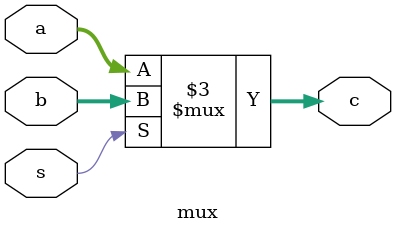
<source format=sv>
module mux #(
    parameter REG_WIDTH = 64)(
    input logic [REG_WIDTH-1:0] a,
    input logic [REG_WIDTH-1:0] b,
    input logic s,
    output logic [REG_WIDTH-1:0] c
    );
     
    always@(*) begin
        if(s)
            c = b;
        else
            c = a;
    end
endmodule

</source>
